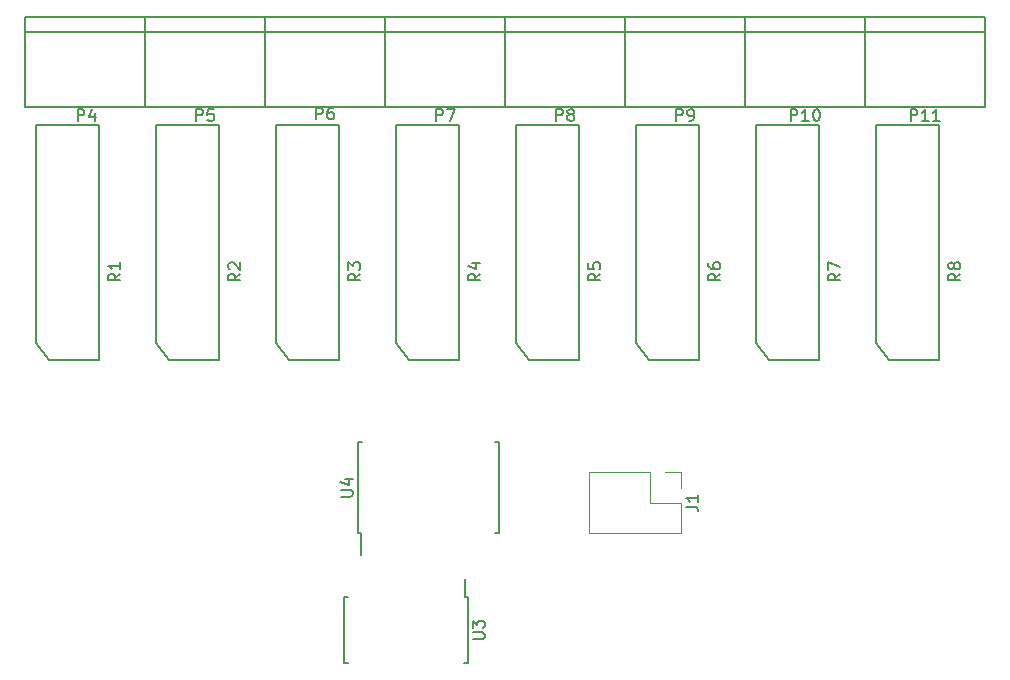
<source format=gto>
G04 #@! TF.GenerationSoftware,KiCad,Pcbnew,5.0.2-bee76a0~70~ubuntu18.04.1*
G04 #@! TF.CreationDate,2019-03-11T17:23:52+01:00*
G04 #@! TF.ProjectId,8RelaisReed,3852656c-6169-4735-9265-65642e6b6963,rev?*
G04 #@! TF.SameCoordinates,Original*
G04 #@! TF.FileFunction,Legend,Top*
G04 #@! TF.FilePolarity,Positive*
%FSLAX46Y46*%
G04 Gerber Fmt 4.6, Leading zero omitted, Abs format (unit mm)*
G04 Created by KiCad (PCBNEW 5.0.2-bee76a0~70~ubuntu18.04.1) date lun. 11 mars 2019 17:23:52 CET*
%MOMM*%
%LPD*%
G01*
G04 APERTURE LIST*
%ADD10C,0.150000*%
%ADD11C,0.120000*%
G04 APERTURE END LIST*
D10*
G04 #@! TO.C,P4*
X138430000Y-67310000D02*
X148590000Y-67310000D01*
X138430000Y-66040000D02*
X138430000Y-73660000D01*
X138430000Y-73660000D02*
X148590000Y-73660000D01*
X148590000Y-73660000D02*
X148590000Y-66040000D01*
X148590000Y-66040000D02*
X138430000Y-66040000D01*
G04 #@! TO.C,P5*
X148590000Y-67310000D02*
X158750000Y-67310000D01*
X148590000Y-66040000D02*
X148590000Y-73660000D01*
X148590000Y-73660000D02*
X158750000Y-73660000D01*
X158750000Y-73660000D02*
X158750000Y-66040000D01*
X158750000Y-66040000D02*
X148590000Y-66040000D01*
G04 #@! TO.C,P6*
X158750000Y-67310000D02*
X168910000Y-67310000D01*
X158750000Y-66040000D02*
X158750000Y-73660000D01*
X158750000Y-73660000D02*
X168910000Y-73660000D01*
X168910000Y-73660000D02*
X168910000Y-66040000D01*
X168910000Y-66040000D02*
X158750000Y-66040000D01*
G04 #@! TO.C,P7*
X168910000Y-67310000D02*
X179070000Y-67310000D01*
X168910000Y-66040000D02*
X168910000Y-73660000D01*
X168910000Y-73660000D02*
X179070000Y-73660000D01*
X179070000Y-73660000D02*
X179070000Y-66040000D01*
X179070000Y-66040000D02*
X168910000Y-66040000D01*
G04 #@! TO.C,P8*
X179070000Y-67310000D02*
X189230000Y-67310000D01*
X179070000Y-66040000D02*
X179070000Y-73660000D01*
X179070000Y-73660000D02*
X189230000Y-73660000D01*
X189230000Y-73660000D02*
X189230000Y-66040000D01*
X189230000Y-66040000D02*
X179070000Y-66040000D01*
G04 #@! TO.C,P9*
X189230000Y-67310000D02*
X199390000Y-67310000D01*
X189230000Y-66040000D02*
X189230000Y-73660000D01*
X189230000Y-73660000D02*
X199390000Y-73660000D01*
X199390000Y-73660000D02*
X199390000Y-66040000D01*
X199390000Y-66040000D02*
X189230000Y-66040000D01*
G04 #@! TO.C,P10*
X199390000Y-67310000D02*
X209550000Y-67310000D01*
X199390000Y-66040000D02*
X199390000Y-73660000D01*
X199390000Y-73660000D02*
X209550000Y-73660000D01*
X209550000Y-73660000D02*
X209550000Y-66040000D01*
X209550000Y-66040000D02*
X199390000Y-66040000D01*
G04 #@! TO.C,P11*
X209550000Y-67310000D02*
X219710000Y-67310000D01*
X209550000Y-66040000D02*
X209550000Y-73660000D01*
X209550000Y-73660000D02*
X219710000Y-73660000D01*
X219710000Y-73660000D02*
X219710000Y-66040000D01*
X219710000Y-66040000D02*
X209550000Y-66040000D01*
G04 #@! TO.C,R1*
X139340000Y-75210000D02*
X139340000Y-93710000D01*
X139340000Y-93710000D02*
X140440000Y-95110000D01*
X140440000Y-95110000D02*
X144740000Y-95110000D01*
X144740000Y-95110000D02*
X144740000Y-75210000D01*
X144740000Y-75210000D02*
X139340000Y-75210000D01*
G04 #@! TO.C,R2*
X149500000Y-75210000D02*
X149500000Y-93710000D01*
X149500000Y-93710000D02*
X150600000Y-95110000D01*
X150600000Y-95110000D02*
X154900000Y-95110000D01*
X154900000Y-95110000D02*
X154900000Y-75210000D01*
X154900000Y-75210000D02*
X149500000Y-75210000D01*
G04 #@! TO.C,R3*
X159660000Y-75210000D02*
X159660000Y-93710000D01*
X159660000Y-93710000D02*
X160760000Y-95110000D01*
X160760000Y-95110000D02*
X165060000Y-95110000D01*
X165060000Y-95110000D02*
X165060000Y-75210000D01*
X165060000Y-75210000D02*
X159660000Y-75210000D01*
G04 #@! TO.C,R4*
X169820000Y-75210000D02*
X169820000Y-93710000D01*
X169820000Y-93710000D02*
X170920000Y-95110000D01*
X170920000Y-95110000D02*
X175220000Y-95110000D01*
X175220000Y-95110000D02*
X175220000Y-75210000D01*
X175220000Y-75210000D02*
X169820000Y-75210000D01*
G04 #@! TO.C,R5*
X179980000Y-75210000D02*
X179980000Y-93710000D01*
X179980000Y-93710000D02*
X181080000Y-95110000D01*
X181080000Y-95110000D02*
X185380000Y-95110000D01*
X185380000Y-95110000D02*
X185380000Y-75210000D01*
X185380000Y-75210000D02*
X179980000Y-75210000D01*
G04 #@! TO.C,R6*
X190140000Y-75210000D02*
X190140000Y-93710000D01*
X190140000Y-93710000D02*
X191240000Y-95110000D01*
X191240000Y-95110000D02*
X195540000Y-95110000D01*
X195540000Y-95110000D02*
X195540000Y-75210000D01*
X195540000Y-75210000D02*
X190140000Y-75210000D01*
G04 #@! TO.C,R7*
X200300000Y-75210000D02*
X200300000Y-93710000D01*
X200300000Y-93710000D02*
X201400000Y-95110000D01*
X201400000Y-95110000D02*
X205700000Y-95110000D01*
X205700000Y-95110000D02*
X205700000Y-75210000D01*
X205700000Y-75210000D02*
X200300000Y-75210000D01*
G04 #@! TO.C,R8*
X210460000Y-75210000D02*
X210460000Y-93710000D01*
X210460000Y-93710000D02*
X211560000Y-95110000D01*
X211560000Y-95110000D02*
X215860000Y-95110000D01*
X215860000Y-95110000D02*
X215860000Y-75210000D01*
X215860000Y-75210000D02*
X210460000Y-75210000D01*
G04 #@! TO.C,U4*
X166643000Y-109794000D02*
X166893000Y-109794000D01*
X166643000Y-102044000D02*
X166988000Y-102044000D01*
X178543000Y-102044000D02*
X178198000Y-102044000D01*
X178543000Y-109794000D02*
X178198000Y-109794000D01*
X166643000Y-109794000D02*
X166643000Y-102044000D01*
X178543000Y-109794000D02*
X178543000Y-102044000D01*
X166893000Y-109794000D02*
X166893000Y-111619000D01*
G04 #@! TO.C,U3*
X175963000Y-115208000D02*
X175688000Y-115208000D01*
X175963000Y-120758000D02*
X175608000Y-120758000D01*
X165413000Y-120758000D02*
X165768000Y-120758000D01*
X165413000Y-115208000D02*
X165768000Y-115208000D01*
X175963000Y-115208000D02*
X175963000Y-120758000D01*
X165413000Y-115208000D02*
X165413000Y-120758000D01*
X175688000Y-115208000D02*
X175688000Y-113683000D01*
D11*
G04 #@! TO.C,J1*
X186220000Y-104600000D02*
X186220000Y-109800000D01*
X191360000Y-104600000D02*
X186220000Y-104600000D01*
X193960000Y-109800000D02*
X186220000Y-109800000D01*
X191360000Y-104600000D02*
X191360000Y-107200000D01*
X191360000Y-107200000D02*
X193960000Y-107200000D01*
X193960000Y-107200000D02*
X193960000Y-109800000D01*
X192630000Y-104600000D02*
X193960000Y-104600000D01*
X193960000Y-104600000D02*
X193960000Y-105930000D01*
G04 #@! TO.C,P4*
D10*
X142898904Y-74874380D02*
X142898904Y-73874380D01*
X143279857Y-73874380D01*
X143375095Y-73922000D01*
X143422714Y-73969619D01*
X143470333Y-74064857D01*
X143470333Y-74207714D01*
X143422714Y-74302952D01*
X143375095Y-74350571D01*
X143279857Y-74398190D01*
X142898904Y-74398190D01*
X144327476Y-74207714D02*
X144327476Y-74874380D01*
X144089380Y-73826761D02*
X143851285Y-74541047D01*
X144470333Y-74541047D01*
G04 #@! TO.C,P5*
X152931904Y-74874380D02*
X152931904Y-73874380D01*
X153312857Y-73874380D01*
X153408095Y-73922000D01*
X153455714Y-73969619D01*
X153503333Y-74064857D01*
X153503333Y-74207714D01*
X153455714Y-74302952D01*
X153408095Y-74350571D01*
X153312857Y-74398190D01*
X152931904Y-74398190D01*
X154408095Y-73874380D02*
X153931904Y-73874380D01*
X153884285Y-74350571D01*
X153931904Y-74302952D01*
X154027142Y-74255333D01*
X154265238Y-74255333D01*
X154360476Y-74302952D01*
X154408095Y-74350571D01*
X154455714Y-74445809D01*
X154455714Y-74683904D01*
X154408095Y-74779142D01*
X154360476Y-74826761D01*
X154265238Y-74874380D01*
X154027142Y-74874380D01*
X153931904Y-74826761D01*
X153884285Y-74779142D01*
G04 #@! TO.C,P6*
X163091904Y-74747380D02*
X163091904Y-73747380D01*
X163472857Y-73747380D01*
X163568095Y-73795000D01*
X163615714Y-73842619D01*
X163663333Y-73937857D01*
X163663333Y-74080714D01*
X163615714Y-74175952D01*
X163568095Y-74223571D01*
X163472857Y-74271190D01*
X163091904Y-74271190D01*
X164520476Y-73747380D02*
X164330000Y-73747380D01*
X164234761Y-73795000D01*
X164187142Y-73842619D01*
X164091904Y-73985476D01*
X164044285Y-74175952D01*
X164044285Y-74556904D01*
X164091904Y-74652142D01*
X164139523Y-74699761D01*
X164234761Y-74747380D01*
X164425238Y-74747380D01*
X164520476Y-74699761D01*
X164568095Y-74652142D01*
X164615714Y-74556904D01*
X164615714Y-74318809D01*
X164568095Y-74223571D01*
X164520476Y-74175952D01*
X164425238Y-74128333D01*
X164234761Y-74128333D01*
X164139523Y-74175952D01*
X164091904Y-74223571D01*
X164044285Y-74318809D01*
G04 #@! TO.C,P7*
X173251904Y-74874380D02*
X173251904Y-73874380D01*
X173632857Y-73874380D01*
X173728095Y-73922000D01*
X173775714Y-73969619D01*
X173823333Y-74064857D01*
X173823333Y-74207714D01*
X173775714Y-74302952D01*
X173728095Y-74350571D01*
X173632857Y-74398190D01*
X173251904Y-74398190D01*
X174156666Y-73874380D02*
X174823333Y-73874380D01*
X174394761Y-74874380D01*
G04 #@! TO.C,P8*
X183411904Y-74874380D02*
X183411904Y-73874380D01*
X183792857Y-73874380D01*
X183888095Y-73922000D01*
X183935714Y-73969619D01*
X183983333Y-74064857D01*
X183983333Y-74207714D01*
X183935714Y-74302952D01*
X183888095Y-74350571D01*
X183792857Y-74398190D01*
X183411904Y-74398190D01*
X184554761Y-74302952D02*
X184459523Y-74255333D01*
X184411904Y-74207714D01*
X184364285Y-74112476D01*
X184364285Y-74064857D01*
X184411904Y-73969619D01*
X184459523Y-73922000D01*
X184554761Y-73874380D01*
X184745238Y-73874380D01*
X184840476Y-73922000D01*
X184888095Y-73969619D01*
X184935714Y-74064857D01*
X184935714Y-74112476D01*
X184888095Y-74207714D01*
X184840476Y-74255333D01*
X184745238Y-74302952D01*
X184554761Y-74302952D01*
X184459523Y-74350571D01*
X184411904Y-74398190D01*
X184364285Y-74493428D01*
X184364285Y-74683904D01*
X184411904Y-74779142D01*
X184459523Y-74826761D01*
X184554761Y-74874380D01*
X184745238Y-74874380D01*
X184840476Y-74826761D01*
X184888095Y-74779142D01*
X184935714Y-74683904D01*
X184935714Y-74493428D01*
X184888095Y-74398190D01*
X184840476Y-74350571D01*
X184745238Y-74302952D01*
G04 #@! TO.C,P9*
X193571904Y-74874380D02*
X193571904Y-73874380D01*
X193952857Y-73874380D01*
X194048095Y-73922000D01*
X194095714Y-73969619D01*
X194143333Y-74064857D01*
X194143333Y-74207714D01*
X194095714Y-74302952D01*
X194048095Y-74350571D01*
X193952857Y-74398190D01*
X193571904Y-74398190D01*
X194619523Y-74874380D02*
X194810000Y-74874380D01*
X194905238Y-74826761D01*
X194952857Y-74779142D01*
X195048095Y-74636285D01*
X195095714Y-74445809D01*
X195095714Y-74064857D01*
X195048095Y-73969619D01*
X195000476Y-73922000D01*
X194905238Y-73874380D01*
X194714761Y-73874380D01*
X194619523Y-73922000D01*
X194571904Y-73969619D01*
X194524285Y-74064857D01*
X194524285Y-74302952D01*
X194571904Y-74398190D01*
X194619523Y-74445809D01*
X194714761Y-74493428D01*
X194905238Y-74493428D01*
X195000476Y-74445809D01*
X195048095Y-74398190D01*
X195095714Y-74302952D01*
G04 #@! TO.C,P10*
X203255714Y-74874380D02*
X203255714Y-73874380D01*
X203636666Y-73874380D01*
X203731904Y-73922000D01*
X203779523Y-73969619D01*
X203827142Y-74064857D01*
X203827142Y-74207714D01*
X203779523Y-74302952D01*
X203731904Y-74350571D01*
X203636666Y-74398190D01*
X203255714Y-74398190D01*
X204779523Y-74874380D02*
X204208095Y-74874380D01*
X204493809Y-74874380D02*
X204493809Y-73874380D01*
X204398571Y-74017238D01*
X204303333Y-74112476D01*
X204208095Y-74160095D01*
X205398571Y-73874380D02*
X205493809Y-73874380D01*
X205589047Y-73922000D01*
X205636666Y-73969619D01*
X205684285Y-74064857D01*
X205731904Y-74255333D01*
X205731904Y-74493428D01*
X205684285Y-74683904D01*
X205636666Y-74779142D01*
X205589047Y-74826761D01*
X205493809Y-74874380D01*
X205398571Y-74874380D01*
X205303333Y-74826761D01*
X205255714Y-74779142D01*
X205208095Y-74683904D01*
X205160476Y-74493428D01*
X205160476Y-74255333D01*
X205208095Y-74064857D01*
X205255714Y-73969619D01*
X205303333Y-73922000D01*
X205398571Y-73874380D01*
G04 #@! TO.C,P11*
X213415714Y-74874380D02*
X213415714Y-73874380D01*
X213796666Y-73874380D01*
X213891904Y-73922000D01*
X213939523Y-73969619D01*
X213987142Y-74064857D01*
X213987142Y-74207714D01*
X213939523Y-74302952D01*
X213891904Y-74350571D01*
X213796666Y-74398190D01*
X213415714Y-74398190D01*
X214939523Y-74874380D02*
X214368095Y-74874380D01*
X214653809Y-74874380D02*
X214653809Y-73874380D01*
X214558571Y-74017238D01*
X214463333Y-74112476D01*
X214368095Y-74160095D01*
X215891904Y-74874380D02*
X215320476Y-74874380D01*
X215606190Y-74874380D02*
X215606190Y-73874380D01*
X215510952Y-74017238D01*
X215415714Y-74112476D01*
X215320476Y-74160095D01*
G04 #@! TO.C,R1*
X146502380Y-87796666D02*
X146026190Y-88130000D01*
X146502380Y-88368095D02*
X145502380Y-88368095D01*
X145502380Y-87987142D01*
X145550000Y-87891904D01*
X145597619Y-87844285D01*
X145692857Y-87796666D01*
X145835714Y-87796666D01*
X145930952Y-87844285D01*
X145978571Y-87891904D01*
X146026190Y-87987142D01*
X146026190Y-88368095D01*
X146502380Y-86844285D02*
X146502380Y-87415714D01*
X146502380Y-87130000D02*
X145502380Y-87130000D01*
X145645238Y-87225238D01*
X145740476Y-87320476D01*
X145788095Y-87415714D01*
G04 #@! TO.C,R2*
X156662380Y-87796666D02*
X156186190Y-88130000D01*
X156662380Y-88368095D02*
X155662380Y-88368095D01*
X155662380Y-87987142D01*
X155710000Y-87891904D01*
X155757619Y-87844285D01*
X155852857Y-87796666D01*
X155995714Y-87796666D01*
X156090952Y-87844285D01*
X156138571Y-87891904D01*
X156186190Y-87987142D01*
X156186190Y-88368095D01*
X155757619Y-87415714D02*
X155710000Y-87368095D01*
X155662380Y-87272857D01*
X155662380Y-87034761D01*
X155710000Y-86939523D01*
X155757619Y-86891904D01*
X155852857Y-86844285D01*
X155948095Y-86844285D01*
X156090952Y-86891904D01*
X156662380Y-87463333D01*
X156662380Y-86844285D01*
G04 #@! TO.C,R3*
X166822380Y-87796666D02*
X166346190Y-88130000D01*
X166822380Y-88368095D02*
X165822380Y-88368095D01*
X165822380Y-87987142D01*
X165870000Y-87891904D01*
X165917619Y-87844285D01*
X166012857Y-87796666D01*
X166155714Y-87796666D01*
X166250952Y-87844285D01*
X166298571Y-87891904D01*
X166346190Y-87987142D01*
X166346190Y-88368095D01*
X165822380Y-87463333D02*
X165822380Y-86844285D01*
X166203333Y-87177619D01*
X166203333Y-87034761D01*
X166250952Y-86939523D01*
X166298571Y-86891904D01*
X166393809Y-86844285D01*
X166631904Y-86844285D01*
X166727142Y-86891904D01*
X166774761Y-86939523D01*
X166822380Y-87034761D01*
X166822380Y-87320476D01*
X166774761Y-87415714D01*
X166727142Y-87463333D01*
G04 #@! TO.C,R4*
X176982380Y-87796666D02*
X176506190Y-88130000D01*
X176982380Y-88368095D02*
X175982380Y-88368095D01*
X175982380Y-87987142D01*
X176030000Y-87891904D01*
X176077619Y-87844285D01*
X176172857Y-87796666D01*
X176315714Y-87796666D01*
X176410952Y-87844285D01*
X176458571Y-87891904D01*
X176506190Y-87987142D01*
X176506190Y-88368095D01*
X176315714Y-86939523D02*
X176982380Y-86939523D01*
X175934761Y-87177619D02*
X176649047Y-87415714D01*
X176649047Y-86796666D01*
G04 #@! TO.C,R5*
X187142380Y-87796666D02*
X186666190Y-88130000D01*
X187142380Y-88368095D02*
X186142380Y-88368095D01*
X186142380Y-87987142D01*
X186190000Y-87891904D01*
X186237619Y-87844285D01*
X186332857Y-87796666D01*
X186475714Y-87796666D01*
X186570952Y-87844285D01*
X186618571Y-87891904D01*
X186666190Y-87987142D01*
X186666190Y-88368095D01*
X186142380Y-86891904D02*
X186142380Y-87368095D01*
X186618571Y-87415714D01*
X186570952Y-87368095D01*
X186523333Y-87272857D01*
X186523333Y-87034761D01*
X186570952Y-86939523D01*
X186618571Y-86891904D01*
X186713809Y-86844285D01*
X186951904Y-86844285D01*
X187047142Y-86891904D01*
X187094761Y-86939523D01*
X187142380Y-87034761D01*
X187142380Y-87272857D01*
X187094761Y-87368095D01*
X187047142Y-87415714D01*
G04 #@! TO.C,R6*
X197302380Y-87796666D02*
X196826190Y-88130000D01*
X197302380Y-88368095D02*
X196302380Y-88368095D01*
X196302380Y-87987142D01*
X196350000Y-87891904D01*
X196397619Y-87844285D01*
X196492857Y-87796666D01*
X196635714Y-87796666D01*
X196730952Y-87844285D01*
X196778571Y-87891904D01*
X196826190Y-87987142D01*
X196826190Y-88368095D01*
X196302380Y-86939523D02*
X196302380Y-87130000D01*
X196350000Y-87225238D01*
X196397619Y-87272857D01*
X196540476Y-87368095D01*
X196730952Y-87415714D01*
X197111904Y-87415714D01*
X197207142Y-87368095D01*
X197254761Y-87320476D01*
X197302380Y-87225238D01*
X197302380Y-87034761D01*
X197254761Y-86939523D01*
X197207142Y-86891904D01*
X197111904Y-86844285D01*
X196873809Y-86844285D01*
X196778571Y-86891904D01*
X196730952Y-86939523D01*
X196683333Y-87034761D01*
X196683333Y-87225238D01*
X196730952Y-87320476D01*
X196778571Y-87368095D01*
X196873809Y-87415714D01*
G04 #@! TO.C,R7*
X207462380Y-87796666D02*
X206986190Y-88130000D01*
X207462380Y-88368095D02*
X206462380Y-88368095D01*
X206462380Y-87987142D01*
X206510000Y-87891904D01*
X206557619Y-87844285D01*
X206652857Y-87796666D01*
X206795714Y-87796666D01*
X206890952Y-87844285D01*
X206938571Y-87891904D01*
X206986190Y-87987142D01*
X206986190Y-88368095D01*
X206462380Y-87463333D02*
X206462380Y-86796666D01*
X207462380Y-87225238D01*
G04 #@! TO.C,R8*
X217622380Y-87796666D02*
X217146190Y-88130000D01*
X217622380Y-88368095D02*
X216622380Y-88368095D01*
X216622380Y-87987142D01*
X216670000Y-87891904D01*
X216717619Y-87844285D01*
X216812857Y-87796666D01*
X216955714Y-87796666D01*
X217050952Y-87844285D01*
X217098571Y-87891904D01*
X217146190Y-87987142D01*
X217146190Y-88368095D01*
X217050952Y-87225238D02*
X217003333Y-87320476D01*
X216955714Y-87368095D01*
X216860476Y-87415714D01*
X216812857Y-87415714D01*
X216717619Y-87368095D01*
X216670000Y-87320476D01*
X216622380Y-87225238D01*
X216622380Y-87034761D01*
X216670000Y-86939523D01*
X216717619Y-86891904D01*
X216812857Y-86844285D01*
X216860476Y-86844285D01*
X216955714Y-86891904D01*
X217003333Y-86939523D01*
X217050952Y-87034761D01*
X217050952Y-87225238D01*
X217098571Y-87320476D01*
X217146190Y-87368095D01*
X217241428Y-87415714D01*
X217431904Y-87415714D01*
X217527142Y-87368095D01*
X217574761Y-87320476D01*
X217622380Y-87225238D01*
X217622380Y-87034761D01*
X217574761Y-86939523D01*
X217527142Y-86891904D01*
X217431904Y-86844285D01*
X217241428Y-86844285D01*
X217146190Y-86891904D01*
X217098571Y-86939523D01*
X217050952Y-87034761D01*
G04 #@! TO.C,U4*
X165170380Y-106680904D02*
X165979904Y-106680904D01*
X166075142Y-106633285D01*
X166122761Y-106585666D01*
X166170380Y-106490428D01*
X166170380Y-106299952D01*
X166122761Y-106204714D01*
X166075142Y-106157095D01*
X165979904Y-106109476D01*
X165170380Y-106109476D01*
X165503714Y-105204714D02*
X166170380Y-105204714D01*
X165122761Y-105442809D02*
X165837047Y-105680904D01*
X165837047Y-105061857D01*
G04 #@! TO.C,U3*
X176340380Y-118744904D02*
X177149904Y-118744904D01*
X177245142Y-118697285D01*
X177292761Y-118649666D01*
X177340380Y-118554428D01*
X177340380Y-118363952D01*
X177292761Y-118268714D01*
X177245142Y-118221095D01*
X177149904Y-118173476D01*
X176340380Y-118173476D01*
X176340380Y-117792523D02*
X176340380Y-117173476D01*
X176721333Y-117506809D01*
X176721333Y-117363952D01*
X176768952Y-117268714D01*
X176816571Y-117221095D01*
X176911809Y-117173476D01*
X177149904Y-117173476D01*
X177245142Y-117221095D01*
X177292761Y-117268714D01*
X177340380Y-117363952D01*
X177340380Y-117649666D01*
X177292761Y-117744904D01*
X177245142Y-117792523D01*
G04 #@! TO.C,J1*
X194412380Y-107533333D02*
X195126666Y-107533333D01*
X195269523Y-107580952D01*
X195364761Y-107676190D01*
X195412380Y-107819047D01*
X195412380Y-107914285D01*
X195412380Y-106533333D02*
X195412380Y-107104761D01*
X195412380Y-106819047D02*
X194412380Y-106819047D01*
X194555238Y-106914285D01*
X194650476Y-107009523D01*
X194698095Y-107104761D01*
G04 #@! TD*
M02*

</source>
